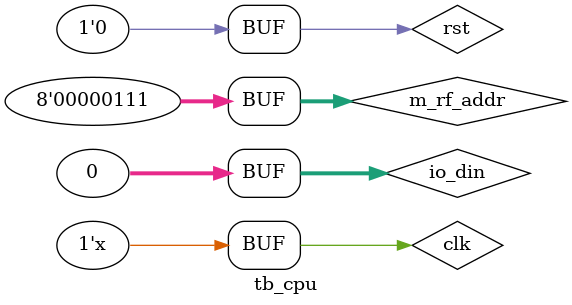
<source format=v>
`timescale 1ns / 1ps


module tb_cpu(
);
reg clk,rst;
//IO_BUS
wire [7:0] io_addr;
wire [31:0] io_dout;
wire io_we;         
reg [31:0] io_din;
//Debug_BUS
reg [7:0] m_rf_addr;
wire [31:0] rf_data;
wire [31:0] m_data;
wire [31:0] pc;

CPU cpu(
.clk(clk),
.rst(rst),
.io_addr(io_addr),
.io_dout(io_dout),
.io_we(io_we),
.io_din(io_din),
.m_rf_addr(m_rf_addr),
.rf_data(rf_data),
.m_data(m_data),
.pc(pc)
);

initial 
begin
    rst = 0;
    clk=0;
    io_din=0;
    m_rf_addr=8'h07;
end

always #5 clk = ~clk;

endmodule

</source>
